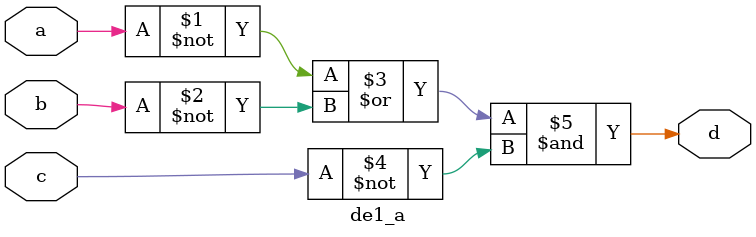
<source format=v>
`timescale 1ns / 1ps

module de1_a(
    input a, b, c,
    output d
    );
    assign d = (~a | ~b) & ~c;
endmodule

</source>
